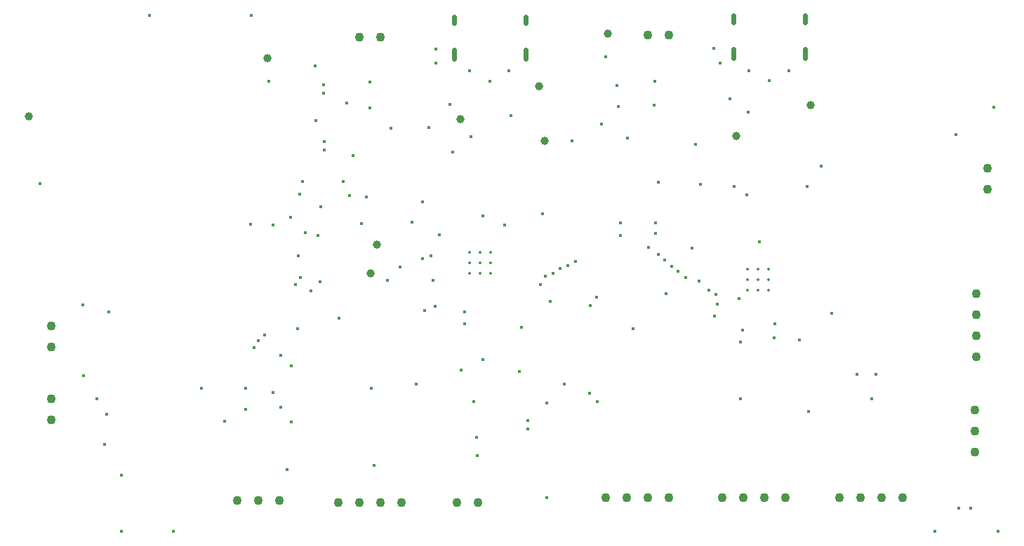
<source format=gbr>
%TF.GenerationSoftware,KiCad,Pcbnew,8.0.0*%
%TF.CreationDate,2024-04-26T21:37:13-04:00*%
%TF.ProjectId,Main board,4d61696e-2062-46f6-9172-642e6b696361,rev?*%
%TF.SameCoordinates,Original*%
%TF.FileFunction,Plated,1,4,PTH,Mixed*%
%TF.FilePolarity,Positive*%
%FSLAX46Y46*%
G04 Gerber Fmt 4.6, Leading zero omitted, Abs format (unit mm)*
G04 Created by KiCad (PCBNEW 8.0.0) date 2024-04-26 21:37:13*
%MOMM*%
%LPD*%
G01*
G04 APERTURE LIST*
%TA.AperFunction,ComponentDrill*%
%ADD10C,0.350000*%
%TD*%
%TA.AperFunction,ViaDrill*%
%ADD11C,0.400000*%
%TD*%
G04 aperture for slot hole*
%TA.AperFunction,ComponentDrill*%
%ADD12C,0.600000*%
%TD*%
%TA.AperFunction,ComponentDrill*%
%ADD13C,1.000000*%
%TD*%
%TA.AperFunction,ComponentDrill*%
%ADD14C,1.090000*%
%TD*%
G04 APERTURE END LIST*
D10*
%TO.C,U1*%
X112268000Y-84572000D03*
X112268000Y-85847000D03*
X112268000Y-87122000D03*
X113543000Y-84572000D03*
X113543000Y-85847000D03*
X113543000Y-87122000D03*
X114818000Y-84572000D03*
X114818000Y-85847000D03*
X114818000Y-87122000D03*
%TO.C,U7*%
X145793500Y-86606500D03*
X145793500Y-87881500D03*
X145793500Y-89156500D03*
X147068500Y-86606500D03*
X147068500Y-87881500D03*
X147068500Y-89156500D03*
X148343500Y-86606500D03*
X148343500Y-87881500D03*
X148343500Y-89156500D03*
%TD*%
D11*
X60432500Y-76235500D03*
X65560000Y-90920000D03*
X65699000Y-99416000D03*
X67250000Y-102250000D03*
X68250000Y-107735462D03*
X68437000Y-104140000D03*
X68750000Y-91750000D03*
X70250000Y-111500000D03*
X70250000Y-118250000D03*
X73591500Y-55908500D03*
X76500000Y-118250000D03*
X79866000Y-100990000D03*
X82661000Y-104941462D03*
X85250000Y-101000000D03*
X85250000Y-103500000D03*
X85852000Y-81153000D03*
X85908500Y-55908500D03*
X86280443Y-96065829D03*
X86792892Y-95207108D03*
X87500000Y-94500000D03*
X88011000Y-63881000D03*
X88500000Y-81250000D03*
X88500000Y-101500000D03*
X89500000Y-97000000D03*
X89500000Y-103250000D03*
X90250000Y-110750000D03*
X90678000Y-80288000D03*
X90750000Y-98250000D03*
X90750000Y-105000000D03*
X91233470Y-88424044D03*
X91500000Y-93750000D03*
X91600000Y-85000000D03*
X91731000Y-77535000D03*
X91800000Y-87600000D03*
X92075000Y-76011000D03*
X92456000Y-82169000D03*
X93069347Y-89180653D03*
X93599000Y-62026000D03*
X93707000Y-68630000D03*
X93980000Y-82487500D03*
X94175000Y-88118000D03*
X94272527Y-79041617D03*
X94615000Y-64312000D03*
X94615000Y-65311503D03*
X94723000Y-71170000D03*
X94723000Y-72169503D03*
X96527000Y-92527000D03*
X97028000Y-76011000D03*
X97409000Y-66548000D03*
X97790000Y-77724000D03*
X98171000Y-72898000D03*
X99187000Y-81088500D03*
X99822000Y-77851000D03*
X100191000Y-67132062D03*
X100203000Y-64008000D03*
X100358870Y-101000000D03*
X100750000Y-110250000D03*
X102362000Y-87947000D03*
X102743000Y-69596000D03*
X103886000Y-86360000D03*
X105283000Y-80899000D03*
X105800000Y-100500000D03*
X106553000Y-78421000D03*
X106553000Y-85347500D03*
X106807000Y-91567000D03*
X107315000Y-69469000D03*
X107569000Y-84947500D03*
X107823000Y-87946500D03*
X108125967Y-91076227D03*
X108204000Y-59982000D03*
X108204000Y-61722000D03*
X108623883Y-82400783D03*
X109867000Y-66675000D03*
X110189000Y-72470000D03*
X111209000Y-98806000D03*
X111609000Y-93218000D03*
X111679250Y-91746500D03*
X112264000Y-62608000D03*
X112395000Y-70612000D03*
X112776000Y-102616000D03*
X113093500Y-106870500D03*
X113157000Y-109093000D03*
X113843000Y-80137000D03*
X113843000Y-97536000D03*
X114681000Y-63881000D03*
X116459000Y-81280000D03*
X116963000Y-62608000D03*
X117221000Y-68072000D03*
X118237000Y-98933000D03*
X118491000Y-93599000D03*
X119253000Y-104902000D03*
X119253000Y-105918000D03*
X120750000Y-88463500D03*
X121031000Y-79883000D03*
X121386040Y-87448046D03*
X121539000Y-102743000D03*
X121539000Y-114173000D03*
X122000000Y-90500000D03*
X122322587Y-87098926D03*
X123190000Y-86487000D03*
X123698000Y-100457000D03*
X124118015Y-86115795D03*
X124587000Y-71120000D03*
X124989164Y-85625791D03*
X126746000Y-101600000D03*
X126800000Y-91000000D03*
X127600000Y-90000000D03*
X127635000Y-102616000D03*
X128132018Y-69080133D03*
X128651000Y-60960000D03*
X130045000Y-64352999D03*
X130175000Y-66929000D03*
X130429000Y-81026000D03*
X130429000Y-82550000D03*
X131318000Y-70739000D03*
X132000000Y-93750000D03*
X133855500Y-83939500D03*
X134493000Y-66791000D03*
X134620000Y-63881000D03*
X134635701Y-81026000D03*
X134686698Y-82296000D03*
X134992661Y-84823634D03*
X134998500Y-76065500D03*
X135760500Y-85463500D03*
X135971000Y-89524500D03*
X136643661Y-86220634D03*
X137411500Y-86860500D03*
X138300500Y-87622500D03*
X139065000Y-84012843D03*
X139490000Y-71517999D03*
X139930378Y-87982378D03*
X140078500Y-76319500D03*
X141094500Y-89146500D03*
X141732000Y-59918000D03*
X141750000Y-92250000D03*
X141983500Y-89654500D03*
X142110500Y-90797500D03*
X142494000Y-61722000D03*
X143637000Y-66040000D03*
X144145000Y-76573500D03*
X144777500Y-90162500D03*
X144899500Y-102261000D03*
X144907000Y-95377000D03*
X145210000Y-93977000D03*
X145669000Y-77597000D03*
X145840000Y-67580999D03*
X145967000Y-62627999D03*
X147193000Y-83312000D03*
X148380000Y-63770999D03*
X148984025Y-94855975D03*
X149055000Y-93218000D03*
X150793000Y-62627999D03*
X151993000Y-95123000D03*
X153000000Y-76600000D03*
X153100000Y-103800000D03*
X154635200Y-74117200D03*
X155956000Y-91948000D03*
X159000000Y-99250000D03*
X160750000Y-102250000D03*
X161250000Y-99250000D03*
X168351200Y-118211600D03*
X170942000Y-70358000D03*
X171272200Y-115417600D03*
X172669200Y-115469200D03*
X175514000Y-67056000D03*
X175971200Y-118211600D03*
D12*
%TO.C,J2*%
X110361000Y-56056000D02*
X110361000Y-56856000D01*
X110361000Y-60086000D02*
X110361000Y-61186000D01*
X119001000Y-56056000D02*
X119001000Y-56856000D01*
X119001000Y-60086000D02*
X119001000Y-61186000D01*
%TO.C,J12*%
X144048000Y-55948999D02*
X144048000Y-56748999D01*
X144048000Y-59978999D02*
X144048000Y-61078999D01*
X152688000Y-55948999D02*
X152688000Y-56748999D01*
X152688000Y-59978999D02*
X152688000Y-61078999D01*
D13*
%TO.C,TP6*%
X59035500Y-68107500D03*
%TO.C,TP5*%
X87884000Y-61087000D03*
%TO.C,TP9*%
X100330000Y-87082000D03*
%TO.C,TP10*%
X101092000Y-83653000D03*
%TO.C,TP2*%
X111125000Y-68453000D03*
%TO.C,TP1*%
X120650000Y-64516000D03*
%TO.C,TP7*%
X121285000Y-71120000D03*
%TO.C,TP8*%
X128905000Y-58166000D03*
%TO.C,TP4*%
X144399000Y-70485000D03*
%TO.C,TP3*%
X153416000Y-66802000D03*
D14*
%TO.C,J6*%
X61750000Y-93460000D03*
X61750000Y-96000000D03*
%TO.C,J7*%
X61750000Y-102210000D03*
X61750000Y-104750000D03*
%TO.C,J18*%
X84210000Y-114500000D03*
X86750000Y-114500000D03*
X89290000Y-114500000D03*
%TO.C,J15*%
X96420000Y-114750000D03*
%TO.C,J14*%
X98933000Y-58547000D03*
%TO.C,J15*%
X98960000Y-114750000D03*
%TO.C,J14*%
X101473000Y-58547000D03*
%TO.C,J15*%
X101500000Y-114750000D03*
X104040000Y-114750000D03*
%TO.C,J13*%
X110710000Y-114750000D03*
X113250000Y-114750000D03*
%TO.C,J3*%
X128651000Y-114173000D03*
X131191000Y-114173000D03*
%TO.C,J16*%
X133719500Y-58293000D03*
%TO.C,J3*%
X133731000Y-114173000D03*
%TO.C,J16*%
X136259500Y-58293000D03*
%TO.C,J3*%
X136271000Y-114173000D03*
%TO.C,J4*%
X142748000Y-114185000D03*
X145288000Y-114185000D03*
X147828000Y-114185000D03*
X150368000Y-114185000D03*
%TO.C,J5*%
X156845000Y-114185000D03*
X159385000Y-114185000D03*
X161925000Y-114185000D03*
X164465000Y-114185000D03*
%TO.C,J10*%
X173228000Y-103632000D03*
X173228000Y-106172000D03*
X173228000Y-108712000D03*
%TO.C,J17*%
X173380400Y-89560400D03*
X173380400Y-92100400D03*
X173380400Y-94640400D03*
X173380400Y-97180400D03*
%TO.C,J11*%
X174740000Y-74422000D03*
X174740000Y-76962000D03*
M02*

</source>
